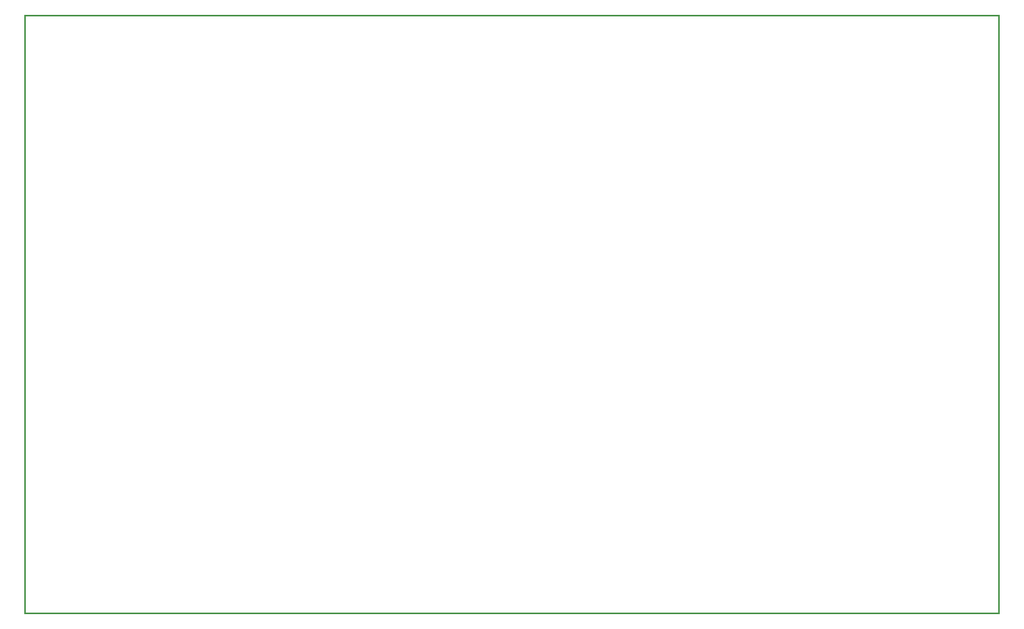
<source format=gm1>
G04*
G04 Format:               Gerber RS-274X*
G04 Layer:                BoardOutline*
G04 This File Name:       Mini (Ver 4l 2024).gm1*
G04 Source File Name:     Mini (Ver 4l 2024).rrb*
G04 Unique ID:            144cf20c-75b2-4da8-ba56-680978ed072c*
G04 Generated Date:       Saturday, 19 October 2024 21:14:10*
G04*
G04 Created Using:        Robot Room Copper Connection v2.7.5443*
G04 Software Contact:     http://www.robotroom.com/CopperConnection/Support.aspx*
G04 License Number:       1685*
G04 Student Edition:      true*
G04*
G04 Zero Suppression:     Leading*
G04 Number Precision:     2.4*
G04*
%FSLAX24Y24*%
%MOIN*%
%LNBoardEdge*%
%ADD10R,.006X.006*%
D10*
G01X0Y25500D02*
X41500D01*
Y0D01*
X0D01*
Y25500D01*
M02*

</source>
